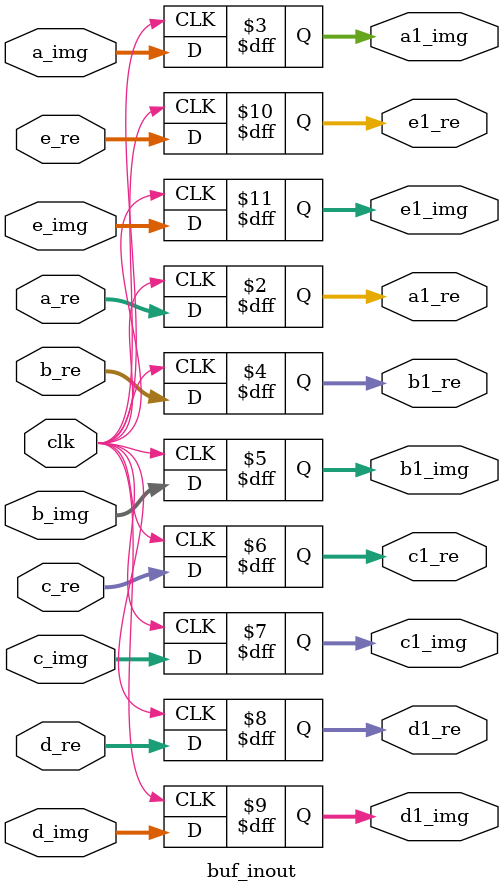
<source format=v>
`timescale 1ns / 1ps
module buf_inout(
    input [31:0] a_re,
    input [31:0] a_img,
    input [31:0] b_re,
    input [31:0] b_img,
    input [31:0] c_re,
    input [31:0] c_img,
    input [31:0] d_re,
    input [31:0] d_img,
    input [31:0] e_re,
    input [31:0] e_img,
    input clk,
    output reg [31:0] a1_re,
    output reg [31:0] a1_img,
    output reg [31:0] b1_re,
    output reg [31:0] b1_img,
    output reg [31:0] c1_re,
    output reg [31:0] c1_img,
    output reg [31:0] d1_re,
    output reg [31:0] d1_img,
    output reg [31:0] e1_re,
    output reg [31:0] e1_img
    );
always @(posedge clk) begin
a1_re<=a_re;
a1_img<=a_img;
b1_re<=b_re;
b1_img<=b_img;
c1_re<=c_re;
c1_img<=c_img;
d1_re<=d_re;
d1_img<=d_img;
e1_re<=e_re;
e1_img<=e_img;
end
endmodule

</source>
